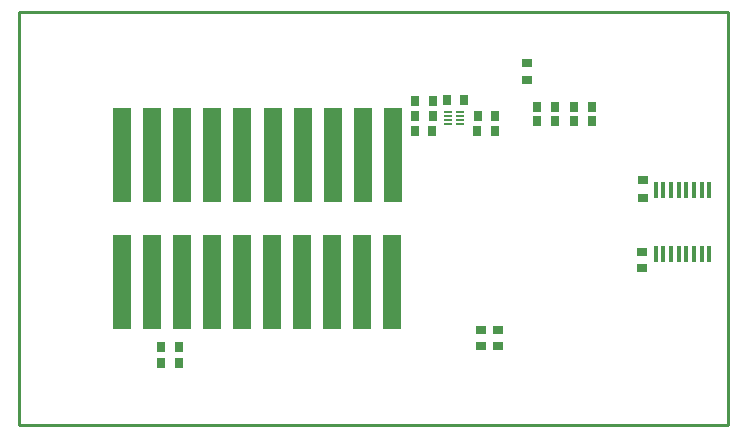
<source format=gbp>
G04*
G04 #@! TF.GenerationSoftware,Altium Limited,Altium Designer,18.1.9 (240)*
G04*
G04 Layer_Color=128*
%FSLAX44Y44*%
%MOMM*%
G71*
G01*
G75*
%ADD13C,0.2540*%
%ADD19R,0.7000X0.9000*%
%ADD20R,0.9000X0.8000*%
%ADD21R,0.8000X0.9000*%
%ADD22R,0.9000X0.7000*%
%ADD54R,1.5000X8.0000*%
%ADD55R,0.6604X0.2032*%
%ADD56R,0.3500X1.4000*%
D13*
X600000D01*
X0D02*
Y350000D01*
X600000D01*
Y0D02*
Y350000D01*
D19*
X484871Y269240D02*
D03*
X469871D02*
D03*
X453647Y269494D02*
D03*
X438647D02*
D03*
X453724Y257189D02*
D03*
X438724D02*
D03*
X485064Y257048D02*
D03*
X470064D02*
D03*
X402978Y261620D02*
D03*
X387978D02*
D03*
X402822Y248800D02*
D03*
X387822D02*
D03*
X335146Y274574D02*
D03*
X350146D02*
D03*
X334892Y261620D02*
D03*
X349892D02*
D03*
X334638Y248666D02*
D03*
X349638D02*
D03*
X135234Y52984D02*
D03*
X120234D02*
D03*
X134938Y65714D02*
D03*
X119938D02*
D03*
D20*
X391160Y80660D02*
D03*
Y66660D02*
D03*
X405130Y80660D02*
D03*
Y66660D02*
D03*
X527050Y146700D02*
D03*
Y132700D02*
D03*
D21*
X362316Y274828D02*
D03*
X376316D02*
D03*
D22*
X430022Y291814D02*
D03*
Y306814D02*
D03*
X527812Y207652D02*
D03*
Y192652D02*
D03*
D54*
X188798Y121216D02*
D03*
X163398D02*
D03*
X137998D02*
D03*
X112598D02*
D03*
X87198D02*
D03*
X87300Y228900D02*
D03*
X112700D02*
D03*
X138100D02*
D03*
X163500D02*
D03*
X188900D02*
D03*
X315900Y121100D02*
D03*
X290500D02*
D03*
X265100D02*
D03*
X239700D02*
D03*
X214300D02*
D03*
X316069Y228923D02*
D03*
X290669D02*
D03*
X265269D02*
D03*
X239869D02*
D03*
X214469D02*
D03*
D55*
X362601Y265176D02*
D03*
Y261620D02*
D03*
Y258064D02*
D03*
Y254508D02*
D03*
X372761D02*
D03*
Y258064D02*
D03*
Y261620D02*
D03*
Y265176D02*
D03*
D56*
X538850Y199060D02*
D03*
X545350D02*
D03*
X551850D02*
D03*
X558350D02*
D03*
X564850D02*
D03*
X571350D02*
D03*
X577850D02*
D03*
X584350D02*
D03*
X538850Y145060D02*
D03*
X545350D02*
D03*
X551850D02*
D03*
X558350D02*
D03*
X564850D02*
D03*
X571350D02*
D03*
X577850D02*
D03*
X584350D02*
D03*
M02*

</source>
